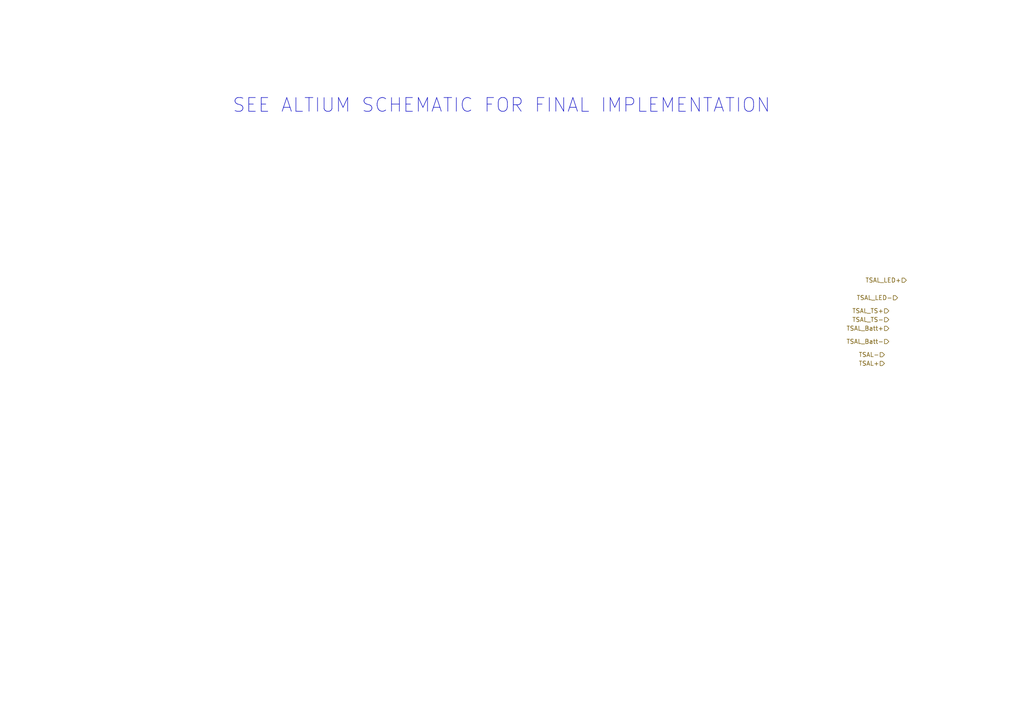
<source format=kicad_sch>
(kicad_sch (version 20211123) (generator eeschema)
  (paper "A4")
  (title_block (date "2021-11-10") (company "Northeastern Electric Racing") (comment 1 "https://github.com/Northeastern-Electric-Racing/NER") (comment 2 "For authors and other info, contact Chief Electrical Engineer"))
  (lib_symbols)
  (text "SEE ALTIUM SCHEMATIC FOR FINAL IMPLEMENTATION" (at 67.31 33.02 0) (effects (font (size 3.9878 3.9878)) (justify left bottom)))
  (hierarchical_label "TSAL_LED-" (shape input) (at 260.35 86.36 180))
  (hierarchical_label "TSAL_Batt+" (shape input) (at 257.81 95.25 180))
  (hierarchical_label "TSAL+" (shape input) (at 256.54 105.41 180))
  (hierarchical_label "TSAL-" (shape input) (at 256.54 102.87 180))
  (hierarchical_label "TSAL_Batt-" (shape input) (at 257.81 99.06 180))
  (hierarchical_label "TSAL_TS+" (shape input) (at 257.81 90.17 180))
  (hierarchical_label "TSAL_LED+" (shape input) (at 262.89 81.28 180))
  (hierarchical_label "TSAL_TS-" (shape input) (at 257.81 92.71 180))
)
</source>
